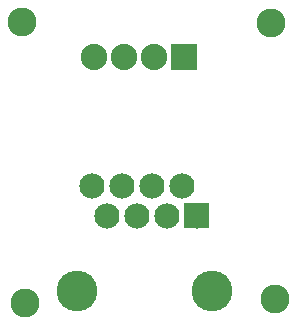
<source format=gts>
G04 MADE WITH FRITZING*
G04 WWW.FRITZING.ORG*
G04 DOUBLE SIDED*
G04 HOLES PLATED*
G04 CONTOUR ON CENTER OF CONTOUR VECTOR*
%ASAXBY*%
%FSLAX23Y23*%
%MOIN*%
%OFA0B0*%
%SFA1.0B1.0*%
%ADD10C,0.088000*%
%ADD11C,0.084000*%
%ADD12C,0.135984*%
%ADD13C,0.096614*%
%ADD14R,0.088000X0.088000*%
%ADD15R,0.001000X0.001000*%
%LNMASK1*%
G90*
G70*
G54D10*
X615Y907D03*
X515Y907D03*
X415Y907D03*
X315Y907D03*
X615Y907D03*
X515Y907D03*
X415Y907D03*
X315Y907D03*
G54D11*
X309Y478D03*
X359Y378D03*
X409Y478D03*
X509Y478D03*
X609Y478D03*
X459Y378D03*
X559Y378D03*
X659Y378D03*
G54D12*
X709Y128D03*
X259Y128D03*
G54D11*
X309Y478D03*
X359Y378D03*
X409Y478D03*
X509Y478D03*
X609Y478D03*
X459Y378D03*
X559Y378D03*
X659Y378D03*
G54D12*
X709Y128D03*
X259Y128D03*
G54D13*
X908Y1020D03*
X75Y1026D03*
X919Y101D03*
X87Y89D03*
G54D14*
X615Y907D03*
X615Y907D03*
G54D15*
X617Y420D02*
X700Y420D01*
X617Y419D02*
X700Y419D01*
X617Y418D02*
X700Y418D01*
X617Y417D02*
X700Y417D01*
X617Y416D02*
X700Y416D01*
X617Y415D02*
X700Y415D01*
X617Y414D02*
X700Y414D01*
X617Y413D02*
X700Y413D01*
X617Y412D02*
X700Y412D01*
X617Y411D02*
X700Y411D01*
X617Y410D02*
X700Y410D01*
X617Y409D02*
X700Y409D01*
X617Y408D02*
X700Y408D01*
X617Y407D02*
X700Y407D01*
X617Y406D02*
X700Y406D01*
X617Y405D02*
X700Y405D01*
X617Y404D02*
X700Y404D01*
X617Y403D02*
X700Y403D01*
X617Y402D02*
X700Y402D01*
X617Y401D02*
X700Y401D01*
X617Y400D02*
X700Y400D01*
X617Y399D02*
X700Y399D01*
X617Y398D02*
X700Y398D01*
X617Y397D02*
X700Y397D01*
X617Y396D02*
X700Y396D01*
X617Y395D02*
X700Y395D01*
X617Y394D02*
X700Y394D01*
X617Y393D02*
X700Y393D01*
X617Y392D02*
X653Y392D01*
X664Y392D02*
X700Y392D01*
X617Y391D02*
X651Y391D01*
X666Y391D02*
X700Y391D01*
X617Y390D02*
X649Y390D01*
X668Y390D02*
X700Y390D01*
X617Y389D02*
X648Y389D01*
X669Y389D02*
X700Y389D01*
X617Y388D02*
X647Y388D01*
X670Y388D02*
X700Y388D01*
X617Y387D02*
X646Y387D01*
X671Y387D02*
X700Y387D01*
X617Y386D02*
X645Y386D01*
X671Y386D02*
X700Y386D01*
X617Y385D02*
X645Y385D01*
X672Y385D02*
X700Y385D01*
X617Y384D02*
X644Y384D01*
X672Y384D02*
X700Y384D01*
X617Y383D02*
X644Y383D01*
X673Y383D02*
X700Y383D01*
X617Y382D02*
X644Y382D01*
X673Y382D02*
X700Y382D01*
X617Y381D02*
X643Y381D01*
X673Y381D02*
X700Y381D01*
X617Y380D02*
X643Y380D01*
X673Y380D02*
X700Y380D01*
X617Y379D02*
X643Y379D01*
X674Y379D02*
X700Y379D01*
X617Y378D02*
X643Y378D01*
X674Y378D02*
X700Y378D01*
X617Y377D02*
X643Y377D01*
X673Y377D02*
X700Y377D01*
X617Y376D02*
X643Y376D01*
X673Y376D02*
X700Y376D01*
X617Y375D02*
X644Y375D01*
X673Y375D02*
X700Y375D01*
X617Y374D02*
X644Y374D01*
X673Y374D02*
X700Y374D01*
X617Y373D02*
X644Y373D01*
X673Y373D02*
X700Y373D01*
X617Y372D02*
X645Y372D01*
X672Y372D02*
X700Y372D01*
X617Y371D02*
X645Y371D01*
X672Y371D02*
X700Y371D01*
X617Y370D02*
X646Y370D01*
X671Y370D02*
X700Y370D01*
X617Y369D02*
X646Y369D01*
X670Y369D02*
X700Y369D01*
X617Y368D02*
X647Y368D01*
X669Y368D02*
X700Y368D01*
X617Y367D02*
X648Y367D01*
X668Y367D02*
X700Y367D01*
X617Y366D02*
X650Y366D01*
X667Y366D02*
X700Y366D01*
X617Y365D02*
X651Y365D01*
X666Y365D02*
X700Y365D01*
X617Y364D02*
X654Y364D01*
X663Y364D02*
X700Y364D01*
X617Y363D02*
X700Y363D01*
X617Y362D02*
X700Y362D01*
X617Y361D02*
X700Y361D01*
X617Y360D02*
X700Y360D01*
X617Y359D02*
X700Y359D01*
X617Y358D02*
X700Y358D01*
X617Y357D02*
X700Y357D01*
X617Y356D02*
X700Y356D01*
X617Y355D02*
X700Y355D01*
X617Y354D02*
X700Y354D01*
X617Y353D02*
X700Y353D01*
X617Y352D02*
X700Y352D01*
X617Y351D02*
X700Y351D01*
X617Y350D02*
X700Y350D01*
X617Y349D02*
X700Y349D01*
X617Y348D02*
X700Y348D01*
X617Y347D02*
X700Y347D01*
X617Y346D02*
X700Y346D01*
X617Y345D02*
X700Y345D01*
X617Y344D02*
X700Y344D01*
X617Y343D02*
X700Y343D01*
X617Y342D02*
X700Y342D01*
X617Y341D02*
X700Y341D01*
X617Y340D02*
X700Y340D01*
X617Y339D02*
X700Y339D01*
X617Y338D02*
X700Y338D01*
X617Y337D02*
X700Y337D01*
D02*
G04 End of Mask1*
M02*
</source>
